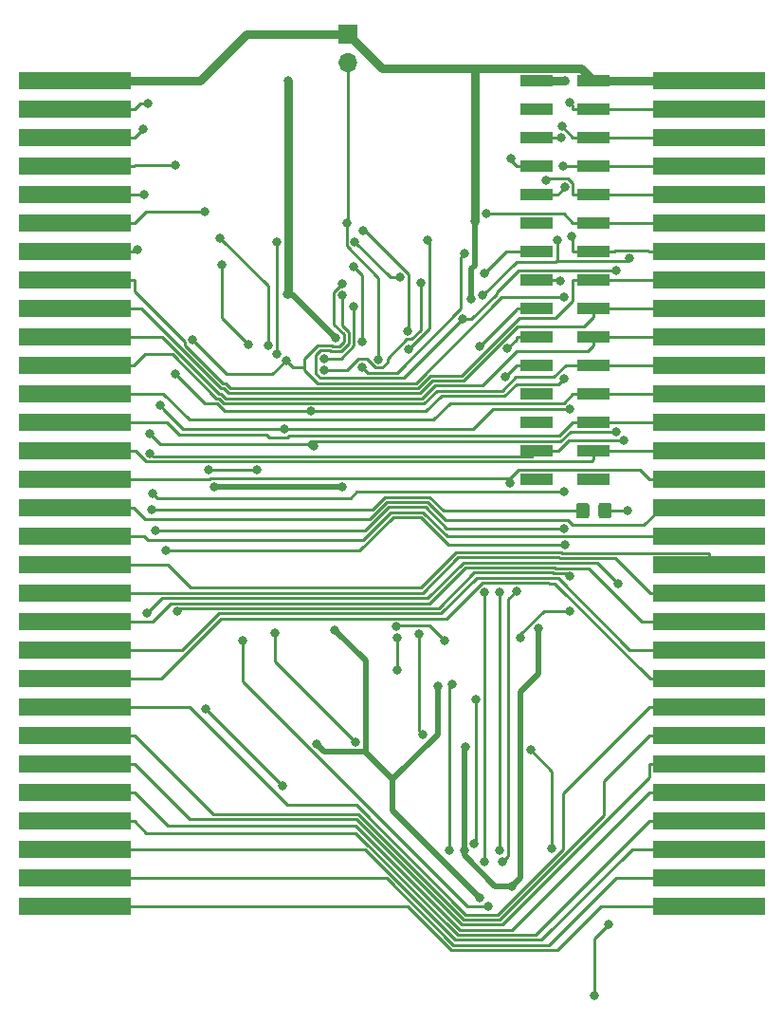
<source format=gbr>
%TF.GenerationSoftware,KiCad,Pcbnew,(5.1.10)-1*%
%TF.CreationDate,2021-06-12T16:48:45+02:00*%
%TF.ProjectId,Nes Sound Expansion,4e657320-536f-4756-9e64-20457870616e,rev?*%
%TF.SameCoordinates,Original*%
%TF.FileFunction,Copper,L1,Top*%
%TF.FilePolarity,Positive*%
%FSLAX46Y46*%
G04 Gerber Fmt 4.6, Leading zero omitted, Abs format (unit mm)*
G04 Created by KiCad (PCBNEW (5.1.10)-1) date 2021-06-12 16:48:45*
%MOMM*%
%LPD*%
G01*
G04 APERTURE LIST*
%TA.AperFunction,SMDPad,CuDef*%
%ADD10R,3.000000X1.000000*%
%TD*%
%TA.AperFunction,ConnectorPad*%
%ADD11R,10.000000X1.524000*%
%TD*%
%TA.AperFunction,ComponentPad*%
%ADD12O,1.700000X1.700000*%
%TD*%
%TA.AperFunction,ComponentPad*%
%ADD13R,1.700000X1.700000*%
%TD*%
%TA.AperFunction,ViaPad*%
%ADD14C,0.800000*%
%TD*%
%TA.AperFunction,Conductor*%
%ADD15C,0.500000*%
%TD*%
%TA.AperFunction,Conductor*%
%ADD16C,0.800000*%
%TD*%
%TA.AperFunction,Conductor*%
%ADD17C,0.250000*%
%TD*%
G04 APERTURE END LIST*
%TO.P,R6,2*%
%TO.N,Net-(J4-Pad16)*%
%TA.AperFunction,SMDPad,CuDef*%
G36*
G01*
X118399000Y-84524001D02*
X118399000Y-83623999D01*
G75*
G02*
X118648999Y-83374000I249999J0D01*
G01*
X119349001Y-83374000D01*
G75*
G02*
X119599000Y-83623999I0J-249999D01*
G01*
X119599000Y-84524001D01*
G75*
G02*
X119349001Y-84774000I-249999J0D01*
G01*
X118648999Y-84774000D01*
G75*
G02*
X118399000Y-84524001I0J249999D01*
G01*
G37*
%TD.AperFunction*%
%TO.P,R6,1*%
%TO.N,AudIn*%
%TA.AperFunction,SMDPad,CuDef*%
G36*
G01*
X116399000Y-84524001D02*
X116399000Y-83623999D01*
G75*
G02*
X116648999Y-83374000I249999J0D01*
G01*
X117349001Y-83374000D01*
G75*
G02*
X117599000Y-83623999I0J-249999D01*
G01*
X117599000Y-84524001D01*
G75*
G02*
X117349001Y-84774000I-249999J0D01*
G01*
X116648999Y-84774000D01*
G75*
G02*
X116399000Y-84524001I0J249999D01*
G01*
G37*
%TD.AperFunction*%
%TD*%
D10*
%TO.P,J2,1*%
%TO.N,GND*%
X117963000Y-45720000D03*
%TO.P,J2,2*%
%TO.N,+5V*%
X112923000Y-45720000D03*
%TO.P,J2,3*%
%TO.N,A11*%
X117963000Y-48260000D03*
%TO.P,J2,4*%
%TO.N,N/C*%
X112923000Y-48260000D03*
%TO.P,J2,5*%
%TO.N,A10*%
X117963000Y-50800000D03*
%TO.P,J2,6*%
%TO.N,A12*%
X112923000Y-50800000D03*
%TO.P,J2,7*%
%TO.N,A9*%
X117963000Y-53340000D03*
%TO.P,J2,8*%
%TO.N,A13*%
X112923000Y-53340000D03*
%TO.P,J2,9*%
%TO.N,A8*%
X117963000Y-55880000D03*
%TO.P,J2,10*%
%TO.N,A14*%
X112923000Y-55880000D03*
%TO.P,J2,11*%
%TO.N,A7*%
X117963000Y-58420000D03*
%TO.P,J2,12*%
%TO.N,N/C*%
X112923000Y-58420000D03*
%TO.P,J2,13*%
%TO.N,A6*%
X117963000Y-60960000D03*
%TO.P,J2,14*%
%TO.N,Addr_A1*%
X112923000Y-60960000D03*
%TO.P,J2,15*%
%TO.N,A5*%
X117963000Y-63500000D03*
%TO.P,J2,16*%
%TO.N,Addr_A13*%
X112923000Y-63500000D03*
%TO.P,J2,17*%
%TO.N,A4*%
X117963000Y-66040000D03*
%TO.P,J2,18*%
%TO.N,Addr_A14*%
X112923000Y-66040000D03*
%TO.P,J2,19*%
%TO.N,A3*%
X117963000Y-68580000D03*
%TO.P,J2,20*%
%TO.N,Addr_ROMSEL*%
X112923000Y-68580000D03*
%TO.P,J2,21*%
%TO.N,A2*%
X117963000Y-71120000D03*
%TO.P,J2,22*%
%TO.N,Addr_R-W*%
X112923000Y-71120000D03*
%TO.P,J2,23*%
%TO.N,A1*%
X117963000Y-73660000D03*
%TO.P,J2,24*%
%TO.N,N/C*%
X112923000Y-73660000D03*
%TO.P,J2,25*%
%TO.N,A0*%
X117963000Y-76200000D03*
%TO.P,J2,26*%
%TO.N,N/C*%
X112923000Y-76200000D03*
%TO.P,J2,27*%
%TO.N,R-W*%
X117963000Y-78740000D03*
%TO.P,J2,28*%
%TO.N,ROMSEL*%
X112923000Y-78740000D03*
%TO.P,J2,29*%
%TO.N,N/C*%
X117963000Y-81280000D03*
%TO.P,J2,30*%
X112923000Y-81280000D03*
%TD*%
D11*
%TO.P,J3,30*%
%TO.N,+5VA*%
X71628000Y-119380000D03*
%TO.P,J3,29*%
%TO.N,PPU_D3*%
X71628000Y-116840000D03*
%TO.P,J3,28*%
%TO.N,PPU_D2*%
X71628000Y-114300000D03*
%TO.P,J3,27*%
%TO.N,PPU_D1*%
X71628000Y-111760000D03*
%TO.P,J3,26*%
%TO.N,PPU_D0*%
X71628000Y-109220000D03*
%TO.P,J3,25*%
%TO.N,PPU_A0*%
X71628000Y-106680000D03*
%TO.P,J3,24*%
%TO.N,PPU_A1*%
X71628000Y-104140000D03*
%TO.P,J3,23*%
%TO.N,PPU_A2*%
X71628000Y-101600000D03*
%TO.P,J3,22*%
%TO.N,PPU_A3*%
X71628000Y-99060000D03*
%TO.P,J3,21*%
%TO.N,PPU_A4*%
X71628000Y-96520000D03*
%TO.P,J3,20*%
%TO.N,PPU_A5*%
X71628000Y-93980000D03*
%TO.P,J3,19*%
%TO.N,PPU_A6*%
X71628000Y-91440000D03*
%TO.P,J3,18*%
%TO.N,CIRAM_A10*%
X71628000Y-88900000D03*
%TO.P,J3,17*%
%TO.N,PPU_RD*%
X71628000Y-86360000D03*
%TO.P,J3,16*%
%TO.N,GND1*%
X71628000Y-83820000D03*
%TO.P,J3,15*%
%TO.N,IRQ*%
X71628000Y-81280000D03*
%TO.P,J3,14*%
%TO.N,R-W*%
X71628000Y-78740000D03*
%TO.P,J3,13*%
%TO.N,A0*%
X71628000Y-76200000D03*
%TO.P,J3,12*%
%TO.N,A1*%
X71628000Y-73660000D03*
%TO.P,J3,11*%
%TO.N,A2*%
X71628000Y-71120000D03*
%TO.P,J3,10*%
%TO.N,A3*%
X71628000Y-68580000D03*
%TO.P,J3,9*%
%TO.N,A4*%
X71628000Y-66040000D03*
%TO.P,J3,8*%
%TO.N,A5*%
X71628000Y-63500000D03*
%TO.P,J3,7*%
%TO.N,A6*%
X71628000Y-60960000D03*
%TO.P,J3,6*%
%TO.N,A7*%
X71628000Y-58420000D03*
%TO.P,J3,5*%
%TO.N,A8*%
X71628000Y-55880000D03*
%TO.P,J3,4*%
%TO.N,A9*%
X71628000Y-53340000D03*
%TO.P,J3,3*%
%TO.N,A10*%
X71628000Y-50800000D03*
%TO.P,J3,2*%
%TO.N,A11*%
X71628000Y-48260000D03*
%TO.P,J3,1*%
%TO.N,GND*%
X71628000Y-45720000D03*
%TD*%
%TO.P,J9,30*%
%TO.N,+5VA*%
X128270000Y-119380000D03*
%TO.P,J9,29*%
%TO.N,PPU_D3*%
X128270000Y-116840000D03*
%TO.P,J9,28*%
%TO.N,PPU_D2*%
X128270000Y-114300000D03*
%TO.P,J9,27*%
%TO.N,PPU_D1*%
X128270000Y-111760000D03*
%TO.P,J9,26*%
%TO.N,PPU_D0*%
X128270000Y-109220000D03*
%TO.P,J9,25*%
%TO.N,PPU_A0*%
X128270000Y-106680000D03*
%TO.P,J9,24*%
%TO.N,PPU_A1*%
X128270000Y-104140000D03*
%TO.P,J9,23*%
%TO.N,PPU_A2*%
X128270000Y-101600000D03*
%TO.P,J9,22*%
%TO.N,PPU_A3*%
X128270000Y-99060000D03*
%TO.P,J9,21*%
%TO.N,PPU_A4*%
X128270000Y-96520000D03*
%TO.P,J9,20*%
%TO.N,PPU_A5*%
X128270000Y-93980000D03*
%TO.P,J9,19*%
%TO.N,PPU_A6*%
X128270000Y-91440000D03*
%TO.P,J9,18*%
%TO.N,CIRAM_A10*%
X128270000Y-88900000D03*
%TO.P,J9,17*%
%TO.N,PPU_RD*%
X128270000Y-86360000D03*
%TO.P,J9,16*%
%TO.N,GND1*%
X128270000Y-83820000D03*
%TO.P,J9,15*%
%TO.N,IRQ*%
X128270000Y-81280000D03*
%TO.P,J9,14*%
%TO.N,R-W*%
X128270000Y-78740000D03*
%TO.P,J9,13*%
%TO.N,A0*%
X128270000Y-76200000D03*
%TO.P,J9,12*%
%TO.N,A1*%
X128270000Y-73660000D03*
%TO.P,J9,11*%
%TO.N,A2*%
X128270000Y-71120000D03*
%TO.P,J9,10*%
%TO.N,A3*%
X128270000Y-68580000D03*
%TO.P,J9,9*%
%TO.N,A4*%
X128270000Y-66040000D03*
%TO.P,J9,8*%
%TO.N,A5*%
X128270000Y-63500000D03*
%TO.P,J9,7*%
%TO.N,A6*%
X128270000Y-60960000D03*
%TO.P,J9,6*%
%TO.N,A7*%
X128270000Y-58420000D03*
%TO.P,J9,5*%
%TO.N,A8*%
X128270000Y-55880000D03*
%TO.P,J9,4*%
%TO.N,A9*%
X128270000Y-53340000D03*
%TO.P,J9,3*%
%TO.N,A10*%
X128270000Y-50800000D03*
%TO.P,J9,2*%
%TO.N,A11*%
X128270000Y-48260000D03*
%TO.P,J9,1*%
%TO.N,GND*%
X128270000Y-45720000D03*
%TD*%
D12*
%TO.P,J1,2*%
%TO.N,OUT1*%
X96012000Y-44069000D03*
D13*
%TO.P,J1,1*%
%TO.N,GND*%
X96012000Y-41529000D03*
%TD*%
D14*
%TO.N,+5V*%
X84074000Y-81915000D03*
X113016100Y-94596700D03*
X110657600Y-117569300D03*
X94939500Y-68663200D03*
X106558900Y-105138600D03*
X106425200Y-114368600D03*
X90605600Y-64745500D03*
X115443000Y-45720000D03*
X90678000Y-45720000D03*
X95504000Y-81915000D03*
%TO.N,GND*%
X94859600Y-94725800D03*
X104040100Y-99725500D03*
X107822800Y-118639800D03*
X93220000Y-104882600D03*
X107047200Y-65184200D03*
X107347300Y-58250200D03*
%TO.N,D6*%
X121168100Y-61574200D03*
X108067300Y-64872000D03*
X114748400Y-59905900D03*
%TO.N,D4*%
X119996100Y-62674600D03*
X106300900Y-67000900D03*
X95503300Y-64882800D03*
%TO.N,D3*%
X95525700Y-63817500D03*
X115329300Y-65023100D03*
X90503828Y-70678272D03*
X82169000Y-68834000D03*
%TO.N,D2*%
X115312400Y-72303100D03*
X96565500Y-65873400D03*
X92729814Y-75216786D03*
X80645000Y-71882000D03*
X93889990Y-70515500D03*
%TO.N,D1*%
X115866600Y-74977100D03*
X90329021Y-76823549D03*
X79248000Y-74676000D03*
%TO.N,D0*%
X120032300Y-77025400D03*
X78359000Y-77216000D03*
X92980097Y-78307031D03*
%TO.N,OUT1*%
X98776800Y-70569500D03*
X95962300Y-58372700D03*
%TO.N,A0_buf*%
X104630500Y-95704200D03*
X100375200Y-94416900D03*
X97290800Y-68987700D03*
X96577800Y-62324300D03*
%TO.N,D3_buf*%
X89655491Y-70077440D03*
X89662000Y-60071000D03*
%TO.N,D2_buf*%
X84602100Y-59732000D03*
X88910563Y-69332512D03*
%TO.N,D1_buf*%
X84789800Y-62108400D03*
X87184213Y-69267893D03*
%TO.N,D6_buf*%
X100702900Y-63276000D03*
X96655100Y-60129200D03*
%TO.N,D7_Chip*%
X106482600Y-61108000D03*
X102356700Y-95091800D03*
X102736800Y-104065300D03*
X97295751Y-71275887D03*
%TO.N,D5_Chip*%
X103127200Y-59948700D03*
X101478900Y-69639300D03*
X100426100Y-95417300D03*
X100426100Y-98276700D03*
%TO.N,D4_Chip*%
X102520400Y-63776900D03*
X93889990Y-71515900D03*
%TO.N,D3_Chip*%
X89496300Y-94974400D03*
X96746500Y-104745400D03*
%TO.N,OUT1_*%
X101409800Y-68045700D03*
X97400400Y-59113400D03*
%TO.N,A13*%
X110622000Y-52689500D03*
%TO.N,CS_Chip*%
X108242400Y-91322900D03*
X108242400Y-115411900D03*
%TO.N,A0_Chip*%
X105360100Y-99596500D03*
X105092400Y-114368600D03*
%TO.N,A1_Chip*%
X107454300Y-100924500D03*
X107321000Y-113776500D03*
%TO.N,CS_buf*%
X109591200Y-114368600D03*
X109591200Y-91313000D03*
%TO.N,Aud*%
X115306000Y-82371800D03*
X78613000Y-82550000D03*
%TO.N,A14*%
X115382800Y-55154800D03*
%TO.N,ROMSEL*%
X120691200Y-77788500D03*
X78363660Y-78961190D03*
%TO.N,AudIn*%
X78486002Y-83947000D03*
%TO.N,4016_EN*%
X114265800Y-114187100D03*
X112346400Y-105413900D03*
%TO.N,Net-(R14-Pad2)*%
X119299200Y-120979800D03*
X118048500Y-127294300D03*
%TO.N,FF_Reset*%
X108593500Y-119365200D03*
X86650100Y-95680500D03*
%TO.N,IRQ*%
X110540400Y-81568800D03*
X111067600Y-91252700D03*
X109876600Y-115374300D03*
%TO.N,A6*%
X116002100Y-59612700D03*
X77238200Y-60742990D03*
%TO.N,A7*%
X83214400Y-57363100D03*
X108417500Y-57594600D03*
%TO.N,A8*%
X113701800Y-54618500D03*
X77791100Y-55879300D03*
%TO.N,A10*%
X77709900Y-50043400D03*
X115130600Y-49792900D03*
%TO.N,A11*%
X78130000Y-47758000D03*
X115826000Y-47677000D03*
%TO.N,PPU_A8*%
X90170000Y-108585000D03*
X83312000Y-101727000D03*
%TO.N,PPU_A7*%
X120180800Y-90617500D03*
X78105000Y-93218000D03*
%TO.N,PPU_A13_*%
X115881100Y-89922000D03*
X80772000Y-93065032D03*
%TO.N,CIRAM_CE*%
X115431200Y-87120400D03*
X79756002Y-87630000D03*
%TO.N,PPU_WR*%
X115300900Y-85637900D03*
X78867004Y-85852000D03*
%TO.N,A12*%
X115070700Y-50800000D03*
%TO.N,Addr_A1*%
X108244700Y-62874000D03*
%TO.N,Addr_A13*%
X115033500Y-63614200D03*
X115822900Y-93015000D03*
X111437400Y-95373800D03*
%TO.N,Addr_A14*%
X107773500Y-69415300D03*
%TO.N,Addr_ROMSEL*%
X110289100Y-69611300D03*
%TO.N,Addr_R-W*%
X110056400Y-72133100D03*
%TO.N,A9*%
X80634100Y-53287400D03*
X115216094Y-53340006D03*
%TO.N,Net-(J4-Pad16)*%
X121031000Y-84074000D03*
%TO.N,Net-(C9-Pad2)*%
X87884000Y-80427990D03*
X83566000Y-80411210D03*
%TD*%
D15*
%TO.N,+5V*%
X110657600Y-117569300D02*
X111420300Y-116806600D01*
X111420300Y-116806600D02*
X111420300Y-100238800D01*
X111420300Y-100238800D02*
X113016100Y-98643000D01*
X113016100Y-98643000D02*
X113016100Y-94596700D01*
X90605600Y-64745500D02*
X91021800Y-64745500D01*
X91021800Y-64745500D02*
X94939500Y-68663200D01*
X106425200Y-114368600D02*
X106425200Y-114824000D01*
X106425200Y-114824000D02*
X109170500Y-117569300D01*
X109170500Y-117569300D02*
X110657600Y-117569300D01*
X106558900Y-105138600D02*
X106425200Y-105272300D01*
X106425200Y-105272300D02*
X106425200Y-114368600D01*
D16*
X112923000Y-45720000D02*
X115443000Y-45720000D01*
X90678000Y-64673100D02*
X90605600Y-64745500D01*
X90678000Y-45720000D02*
X90678000Y-64673100D01*
D15*
X84074000Y-81915000D02*
X95504000Y-81915000D01*
X95504000Y-81915000D02*
X95504000Y-81915000D01*
%TO.N,GND*%
X97532900Y-105595700D02*
X97616100Y-105512500D01*
X97616100Y-105512500D02*
X97616100Y-97482300D01*
X97616100Y-97482300D02*
X94859600Y-94725800D01*
X97532900Y-105595700D02*
X100004000Y-108066700D01*
X93220000Y-104882600D02*
X93933100Y-105595700D01*
X93933100Y-105595700D02*
X97532900Y-105595700D01*
X107047200Y-65184200D02*
X107047200Y-62505800D01*
X107047200Y-62505800D02*
X107347300Y-62205700D01*
X107347300Y-62205700D02*
X107347300Y-58250200D01*
X100004000Y-108066700D02*
X100004000Y-108066800D01*
X100004000Y-108066800D02*
X100004000Y-110821000D01*
X100004000Y-110821000D02*
X107822800Y-118639800D01*
X104040100Y-99725500D02*
X104040100Y-104030600D01*
X104040100Y-104030600D02*
X100004000Y-108066700D01*
D16*
X128270000Y-45720000D02*
X117963000Y-45720000D01*
X99102999Y-44619999D02*
X96012000Y-41529000D01*
X117963000Y-45720000D02*
X116862999Y-44619999D01*
X107347300Y-44736300D02*
X107230999Y-44619999D01*
X107347300Y-58250200D02*
X107347300Y-44736300D01*
X107230999Y-44619999D02*
X99102999Y-44619999D01*
X116862999Y-44619999D02*
X107230999Y-44619999D01*
X71628000Y-45720000D02*
X82786771Y-45720000D01*
X82786771Y-45720000D02*
X86977771Y-41529000D01*
X86977771Y-41529000D02*
X96012000Y-41529000D01*
D17*
%TO.N,D6*%
X114748400Y-61706500D02*
X114827300Y-61785400D01*
X114827300Y-61785400D02*
X120956900Y-61785400D01*
X120956900Y-61785400D02*
X121168100Y-61574200D01*
X114748400Y-59905900D02*
X114748400Y-61706500D01*
X114748400Y-61706500D02*
X114609400Y-61845500D01*
X114609400Y-61845500D02*
X111093800Y-61845500D01*
X111093800Y-61845500D02*
X108067300Y-64872000D01*
%TO.N,D4*%
X119996100Y-62674600D02*
X111270300Y-62674600D01*
X111270300Y-62674600D02*
X109313800Y-64631100D01*
X109313800Y-64631100D02*
X109313800Y-64730800D01*
X109313800Y-64730800D02*
X107043700Y-67000900D01*
X107043700Y-67000900D02*
X106300900Y-67000900D01*
X96115200Y-68151500D02*
X96115200Y-69174900D01*
X94468800Y-69855100D02*
X94404198Y-69790498D01*
X95503300Y-64882800D02*
X95503300Y-67539600D01*
X96115200Y-69174900D02*
X95435000Y-69855100D01*
X94404198Y-69790498D02*
X93541988Y-69790498D01*
X93541988Y-69790498D02*
X93164988Y-70167498D01*
X93542286Y-72241200D02*
X101060600Y-72241200D01*
X93164988Y-71863902D02*
X93542286Y-72241200D01*
X95503300Y-67539600D02*
X96115200Y-68151500D01*
X95435000Y-69855100D02*
X94468800Y-69855100D01*
X101060600Y-72241200D02*
X106300900Y-67000900D01*
X93164988Y-70167498D02*
X93164988Y-71863902D01*
%TO.N,D3*%
X92170800Y-71312400D02*
X91137956Y-71312400D01*
X91137956Y-71312400D02*
X90503828Y-70678272D01*
X85214998Y-71879998D02*
X82169000Y-68834000D01*
X90503828Y-70678272D02*
X89302102Y-71879998D01*
X89302102Y-71879998D02*
X85214998Y-71879998D01*
X94777900Y-64565300D02*
X94777900Y-67451100D01*
X95525700Y-63817500D02*
X94777900Y-64565300D01*
X95664900Y-68338100D02*
X95664900Y-68988300D01*
X93355588Y-69340487D02*
X92170800Y-70525275D01*
X94591087Y-69340487D02*
X93355588Y-69340487D01*
X94777900Y-67451100D02*
X95664900Y-68338100D01*
X93356175Y-72691500D02*
X102089800Y-72691500D01*
X102089800Y-72691500D02*
X109758200Y-65023100D01*
X94639100Y-69388500D02*
X94591087Y-69340487D01*
X92170800Y-71506125D02*
X93356175Y-72691500D01*
X95264700Y-69388500D02*
X94639100Y-69388500D01*
X95664900Y-68988300D02*
X95264700Y-69388500D01*
X109758200Y-65023100D02*
X115329300Y-65023100D01*
X92170800Y-71312400D02*
X92170800Y-71506125D01*
X92170800Y-70525275D02*
X92170800Y-71312400D01*
%TO.N,D2*%
X92728500Y-75210100D02*
X102988800Y-75210100D01*
X102988800Y-75210100D02*
X104389100Y-73809800D01*
X104389100Y-73809800D02*
X110042600Y-73809800D01*
X110042600Y-73809800D02*
X111078000Y-72774400D01*
X111078000Y-72774400D02*
X114841100Y-72774400D01*
X114841100Y-72774400D02*
X115312400Y-72303100D01*
X92728500Y-75215472D02*
X92729814Y-75216786D01*
X92728500Y-75210100D02*
X92728500Y-75215472D01*
X92728500Y-75210100D02*
X85047513Y-75210100D01*
X83279988Y-74516988D02*
X80645000Y-71882000D01*
X84354401Y-74516988D02*
X83279988Y-74516988D01*
X85047513Y-75210100D02*
X84354401Y-74516988D01*
X95411500Y-70515500D02*
X93889990Y-70515500D01*
X96565500Y-69361500D02*
X95411500Y-70515500D01*
X96565500Y-65873400D02*
X96565500Y-69361500D01*
%TO.N,D1*%
X115866600Y-74977100D02*
X108958300Y-74977100D01*
X108958300Y-74977100D02*
X107171900Y-76763500D01*
X107171900Y-76763500D02*
X86409700Y-76763500D01*
X86409700Y-76763500D02*
X90268972Y-76763500D01*
X90268972Y-76763500D02*
X90329021Y-76823549D01*
X86409700Y-76763500D02*
X81335500Y-76763500D01*
X81335500Y-76763500D02*
X79647999Y-75075999D01*
X79647999Y-75075999D02*
X79248000Y-74676000D01*
%TO.N,D0*%
X120032300Y-77025400D02*
X115893800Y-77025400D01*
X115893800Y-77025400D02*
X115004500Y-77914700D01*
X115004500Y-77914700D02*
X92710900Y-77914700D01*
X92710900Y-77914700D02*
X92478700Y-78146900D01*
X92478700Y-78146900D02*
X79289900Y-78146900D01*
X79289900Y-78146900D02*
X78359000Y-77216000D01*
X92478700Y-78146900D02*
X92638831Y-78307031D01*
X92638831Y-78307031D02*
X92980097Y-78307031D01*
%TO.N,OUT1*%
X95962300Y-58372700D02*
X95909300Y-58425700D01*
X95909300Y-58425700D02*
X95909300Y-60477400D01*
X95909300Y-60477400D02*
X98776800Y-63344900D01*
X98776800Y-63344900D02*
X98776800Y-70569500D01*
X96012000Y-58323000D02*
X95962300Y-58372700D01*
X96012000Y-44069000D02*
X96012000Y-58323000D01*
%TO.N,A0_buf*%
X96577800Y-62324300D02*
X97290800Y-63037300D01*
X97290800Y-63037300D02*
X97290800Y-68987700D01*
X104630500Y-95704200D02*
X103277500Y-94351200D01*
X103277500Y-94351200D02*
X100440900Y-94351200D01*
X100440900Y-94351200D02*
X100375200Y-94416900D01*
%TO.N,D3_buf*%
X89655491Y-70077440D02*
X89655491Y-60077509D01*
X89655491Y-60077509D02*
X89662000Y-60071000D01*
%TO.N,D2_buf*%
X84602100Y-59732000D02*
X88910563Y-64040463D01*
X88910563Y-64040463D02*
X88910563Y-69332512D01*
%TO.N,D1_buf*%
X84789800Y-66873480D02*
X87184213Y-69267893D01*
X84789800Y-62108400D02*
X84789800Y-66873480D01*
%TO.N,D6_buf*%
X100702900Y-63276000D02*
X99801900Y-63276000D01*
X99801900Y-63276000D02*
X96655100Y-60129200D01*
%TO.N,D7_Chip*%
X102736800Y-104065300D02*
X102356700Y-103685200D01*
X102356700Y-103685200D02*
X102356700Y-95091800D01*
X100399113Y-71754887D02*
X97774751Y-71754887D01*
X97774751Y-71754887D02*
X97295751Y-71275887D01*
X106082601Y-66071399D02*
X100399113Y-71754887D01*
X106082601Y-61507999D02*
X106082601Y-66071399D01*
X106482600Y-61108000D02*
X106082601Y-61507999D01*
%TO.N,D5_Chip*%
X101478900Y-69639300D02*
X103288800Y-67829400D01*
X103288800Y-67829400D02*
X103288800Y-60110300D01*
X103288800Y-60110300D02*
X103127200Y-59948700D01*
X100426100Y-98276700D02*
X100426100Y-95417300D01*
%TO.N,D4_Chip*%
X96947749Y-70550885D02*
X95982734Y-71515900D01*
X97732485Y-70550885D02*
X96947749Y-70550885D01*
X102520400Y-63776900D02*
X102520400Y-67960900D01*
X98476400Y-71294800D02*
X97732485Y-70550885D01*
X99082500Y-71294800D02*
X98476400Y-71294800D01*
X99558600Y-70818700D02*
X99082500Y-71294800D01*
X102520400Y-67960900D02*
X101710300Y-68771000D01*
X95982734Y-71515900D02*
X93889990Y-71515900D01*
X101710300Y-68771000D02*
X101298100Y-68771000D01*
X101298100Y-68771000D02*
X99558600Y-70510500D01*
X99558600Y-70510500D02*
X99558600Y-70818700D01*
%TO.N,D3_Chip*%
X96746500Y-104745400D02*
X89496300Y-97495200D01*
X89496300Y-97495200D02*
X89496300Y-94974400D01*
%TO.N,OUT1_*%
X97400400Y-59113400D02*
X97574200Y-59113400D01*
X97574200Y-59113400D02*
X101465200Y-63004400D01*
X101465200Y-63004400D02*
X101465200Y-67990300D01*
X101465200Y-67990300D02*
X101409800Y-68045700D01*
%TO.N,A13*%
X111097700Y-53340000D02*
X110622000Y-52864300D01*
X110622000Y-52864300D02*
X110622000Y-52689500D01*
X112923000Y-53340000D02*
X111097700Y-53340000D01*
%TO.N,A1*%
X128270000Y-73660000D02*
X117963000Y-73660000D01*
X78301998Y-73660000D02*
X71628000Y-73660000D01*
X81871802Y-75972800D02*
X79559002Y-73660000D01*
X103678700Y-75972800D02*
X81871802Y-75972800D01*
X105166200Y-74485300D02*
X103678700Y-75972800D01*
X115312400Y-74485300D02*
X105166200Y-74485300D01*
X79559002Y-73660000D02*
X78301998Y-73660000D01*
X116137700Y-73660000D02*
X115312400Y-74485300D01*
X117963000Y-73660000D02*
X116137700Y-73660000D01*
%TO.N,CS_Chip*%
X108242400Y-91322900D02*
X108242400Y-115411900D01*
%TO.N,A0_Chip*%
X105360100Y-99596500D02*
X105092400Y-99864200D01*
X105092400Y-99864200D02*
X105092400Y-114368600D01*
%TO.N,A1_Chip*%
X107454300Y-100924500D02*
X107454300Y-113643200D01*
X107454300Y-113643200D02*
X107321000Y-113776500D01*
%TO.N,CS_buf*%
X109591200Y-91313000D02*
X109591200Y-114368600D01*
%TO.N,Aud*%
X96247001Y-82949999D02*
X79012999Y-82949999D01*
X79012999Y-82949999D02*
X78613000Y-82550000D01*
X96825200Y-82371800D02*
X96247001Y-82949999D01*
X115306000Y-82371800D02*
X96825200Y-82371800D01*
%TO.N,A14*%
X114748300Y-55880000D02*
X115382800Y-55245500D01*
X115382800Y-55245500D02*
X115382800Y-55154800D01*
X112923000Y-55880000D02*
X114748300Y-55880000D01*
%TO.N,ROMSEL*%
X114748300Y-78740000D02*
X114816100Y-78740000D01*
X114816100Y-78740000D02*
X115767600Y-77788500D01*
X115767600Y-77788500D02*
X120691200Y-77788500D01*
X112923000Y-78740000D02*
X114748300Y-78740000D01*
X78638660Y-79236190D02*
X78363660Y-78961190D01*
X112923000Y-78740000D02*
X112426810Y-79236190D01*
X112426810Y-79236190D02*
X78638660Y-79236190D01*
%TO.N,R-W*%
X118875700Y-78740000D02*
X117963000Y-78740000D01*
X118875700Y-78740000D02*
X119788300Y-78740000D01*
X128270000Y-78740000D02*
X122944700Y-78740000D01*
X122944700Y-78740000D02*
X119788300Y-78740000D01*
X77089000Y-78740000D02*
X71628000Y-78740000D01*
X78035200Y-79686200D02*
X77089000Y-78740000D01*
X117766800Y-79686200D02*
X78035200Y-79686200D01*
X117963000Y-78740000D02*
X117963000Y-79490000D01*
X117963000Y-79490000D02*
X117766800Y-79686200D01*
%TO.N,AudIn*%
X98220658Y-83947000D02*
X78486002Y-83947000D01*
X116999000Y-84074000D02*
X104543292Y-84074000D01*
X99316762Y-82850896D02*
X98220658Y-83947000D01*
X103320188Y-82850896D02*
X99316762Y-82850896D01*
X104543292Y-84074000D02*
X103320188Y-82850896D01*
%TO.N,4016_EN*%
X112346400Y-105413900D02*
X114265800Y-107333300D01*
X114265800Y-107333300D02*
X114265800Y-114187100D01*
%TO.N,Net-(R14-Pad2)*%
X118048500Y-127294300D02*
X118048500Y-122230500D01*
X118048500Y-122230500D02*
X119299200Y-120979800D01*
%TO.N,FF_Reset*%
X86650100Y-95680500D02*
X86650100Y-99345900D01*
X86650100Y-99345900D02*
X106669400Y-119365200D01*
X106669400Y-119365200D02*
X108593500Y-119365200D01*
%TO.N,PPU_D3*%
X76953300Y-116840000D02*
X99468100Y-116840000D01*
X99468100Y-116840000D02*
X105451600Y-122823500D01*
X105451600Y-122823500D02*
X113994300Y-122823500D01*
X113994300Y-122823500D02*
X119977700Y-116840100D01*
X119977700Y-116840100D02*
X122944700Y-116840100D01*
X122944700Y-116840100D02*
X122944700Y-116840000D01*
X71628000Y-116840000D02*
X76953300Y-116840000D01*
X128270000Y-116840000D02*
X122944700Y-116840000D01*
%TO.N,PPU_D2*%
X71628000Y-114300000D02*
X97565000Y-114300000D01*
X97565000Y-114300000D02*
X105638200Y-122373200D01*
X105638200Y-122373200D02*
X113339300Y-122373200D01*
X113339300Y-122373200D02*
X121412500Y-114300000D01*
X121412500Y-114300000D02*
X122944700Y-114300000D01*
X128270000Y-114300000D02*
X122944700Y-114300000D01*
%TO.N,PPU_D1*%
X76953300Y-111760000D02*
X78040600Y-112847300D01*
X78040600Y-112847300D02*
X96749200Y-112847300D01*
X96749200Y-112847300D02*
X105824800Y-121922900D01*
X105824800Y-121922900D02*
X112781800Y-121922900D01*
X112781800Y-121922900D02*
X122944700Y-111760000D01*
X71628000Y-111760000D02*
X76953300Y-111760000D01*
X128270000Y-111760000D02*
X122944700Y-111760000D01*
%TO.N,PPU_D0*%
X76953300Y-109220000D02*
X79947200Y-112213900D01*
X79947200Y-112213900D02*
X96752700Y-112213900D01*
X96752700Y-112213900D02*
X106011400Y-121472600D01*
X106011400Y-121472600D02*
X110692100Y-121472600D01*
X110692100Y-121472600D02*
X122944700Y-109220000D01*
X128270000Y-109220000D02*
X122944700Y-109220000D01*
X71628000Y-109220000D02*
X76953300Y-109220000D01*
%TO.N,PPU_A0*%
X76953300Y-106680000D02*
X81893400Y-111620100D01*
X81893400Y-111620100D02*
X96795800Y-111620100D01*
X96795800Y-111620100D02*
X106198000Y-121022300D01*
X106198000Y-121022300D02*
X109813800Y-121022300D01*
X109813800Y-121022300D02*
X122944700Y-107891400D01*
X122944700Y-107891400D02*
X122944700Y-106680000D01*
X71628000Y-106680000D02*
X76953300Y-106680000D01*
X128270000Y-106680000D02*
X122944700Y-106680000D01*
%TO.N,PPU_A1*%
X76953300Y-104140000D02*
X83983100Y-111169800D01*
X83983100Y-111169800D02*
X96982400Y-111169800D01*
X96982400Y-111169800D02*
X106384600Y-120572000D01*
X106384600Y-120572000D02*
X109589600Y-120572000D01*
X109589600Y-120572000D02*
X118911700Y-111249900D01*
X118911700Y-111249900D02*
X118911700Y-108173000D01*
X118911700Y-108173000D02*
X122944700Y-104140000D01*
X71628000Y-104140000D02*
X76953300Y-104140000D01*
X128270000Y-104140000D02*
X122944700Y-104140000D01*
%TO.N,PPU_A2*%
X71628000Y-101600000D02*
X81913700Y-101600000D01*
X81913700Y-101600000D02*
X90631900Y-110318200D01*
X90631900Y-110318200D02*
X96767700Y-110318200D01*
X96767700Y-110318200D02*
X106571200Y-120121700D01*
X106571200Y-120121700D02*
X109377400Y-120121700D01*
X109377400Y-120121700D02*
X115216300Y-114282800D01*
X115216300Y-114282800D02*
X115216300Y-109328400D01*
X115216300Y-109328400D02*
X122944700Y-101600000D01*
X128270000Y-101600000D02*
X122944700Y-101600000D01*
%TO.N,PPU_A3*%
X104843300Y-93691500D02*
X108017800Y-90517000D01*
X71628000Y-99060000D02*
X79313468Y-99060000D01*
X84681968Y-93691500D02*
X104843300Y-93691500D01*
X79313468Y-99060000D02*
X84681968Y-93691500D01*
X123020000Y-99060000D02*
X128270000Y-99060000D01*
X114507500Y-90547500D02*
X123020000Y-99060000D01*
X114009500Y-90547500D02*
X114507500Y-90547500D01*
X108017800Y-90517000D02*
X113979000Y-90517000D01*
X113979000Y-90517000D02*
X114009500Y-90547500D01*
%TO.N,PPU_A4*%
X114196100Y-90097200D02*
X114797900Y-90097200D01*
X114165600Y-90066700D02*
X114196100Y-90097200D01*
X114797900Y-90097200D02*
X121220700Y-96520000D01*
X104333400Y-93241200D02*
X107507900Y-90066700D01*
X107507900Y-90066700D02*
X114165600Y-90066700D01*
X121220700Y-96520000D02*
X128270000Y-96520000D01*
X81217056Y-96520000D02*
X84495856Y-93241200D01*
X84495856Y-93241200D02*
X104333400Y-93241200D01*
X71628000Y-96520000D02*
X81217056Y-96520000D01*
%TO.N,PPU_A5*%
X103323300Y-92340600D02*
X106512000Y-89151900D01*
X80195976Y-92340022D02*
X81221024Y-92340022D01*
X114569300Y-89196600D02*
X117524400Y-89196600D01*
X81221024Y-92340022D02*
X81221602Y-92340600D01*
X81221602Y-92340600D02*
X103323300Y-92340600D01*
X117524400Y-89196600D02*
X122307800Y-93980000D01*
X123020000Y-93980000D02*
X128270000Y-93980000D01*
X78555998Y-93980000D02*
X80195976Y-92340022D01*
X71628000Y-93980000D02*
X78555998Y-93980000D01*
X106512000Y-89151900D02*
X114524600Y-89151900D01*
X114524600Y-89151900D02*
X114569300Y-89196600D01*
X122307800Y-93980000D02*
X123020000Y-93980000D01*
%TO.N,PPU_A6*%
X123020000Y-91440000D02*
X128270000Y-91440000D01*
X114942500Y-88296000D02*
X119876000Y-88296000D01*
X114897800Y-88251300D02*
X114942500Y-88296000D01*
X102700200Y-91440000D02*
X105888900Y-88251300D01*
X71628000Y-91440000D02*
X102700200Y-91440000D01*
X105888900Y-88251300D02*
X114897800Y-88251300D01*
X119876000Y-88296000D02*
X123020000Y-91440000D01*
%TO.N,CIRAM_A10*%
X128270000Y-87888000D02*
X128270000Y-88900000D01*
X115129100Y-87845700D02*
X128227700Y-87845700D01*
X128227700Y-87845700D02*
X128270000Y-87888000D01*
X115084400Y-87801000D02*
X115129100Y-87845700D01*
X102574588Y-90906620D02*
X105680208Y-87801000D01*
X81959618Y-90906620D02*
X102574588Y-90906620D01*
X105680208Y-87801000D02*
X115084400Y-87801000D01*
X79952998Y-88900000D02*
X81959618Y-90906620D01*
X71628000Y-88900000D02*
X79952998Y-88900000D01*
%TO.N,PPU_RD*%
X97372889Y-86704002D02*
X99875962Y-84200929D01*
X77793996Y-86360000D02*
X78137998Y-86704002D01*
X71628000Y-86360000D02*
X77793996Y-86360000D01*
X102760988Y-84200929D02*
X104923259Y-86363200D01*
X123016800Y-86363200D02*
X123020000Y-86360000D01*
X123020000Y-86360000D02*
X128270000Y-86360000D01*
X99875962Y-84200929D02*
X102760988Y-84200929D01*
X78137998Y-86704002D02*
X97372889Y-86704002D01*
X104923259Y-86363200D02*
X123016800Y-86363200D01*
%TO.N,IRQ*%
X122944700Y-81280000D02*
X122087600Y-80422900D01*
X122087600Y-80422900D02*
X111304900Y-80422900D01*
X111304900Y-80422900D02*
X110540400Y-81187400D01*
X110540400Y-81187400D02*
X110540400Y-81280000D01*
X110540400Y-81568800D02*
X110540400Y-81280000D01*
X111067600Y-91252700D02*
X110342000Y-91978300D01*
X110342000Y-91978300D02*
X110342000Y-114908900D01*
X110342000Y-114908900D02*
X109876600Y-115374300D01*
X128270000Y-81280000D02*
X122944700Y-81280000D01*
X110450399Y-81189999D02*
X110540400Y-81280000D01*
X83725999Y-81189999D02*
X110450399Y-81189999D01*
X83635998Y-81280000D02*
X83725999Y-81189999D01*
X71628000Y-81280000D02*
X83635998Y-81280000D01*
%TO.N,A0*%
X128270000Y-76200000D02*
X117963000Y-76200000D01*
X116082300Y-76200000D02*
X117963000Y-76200000D01*
X114881200Y-77401100D02*
X116082300Y-76200000D01*
X88969225Y-77562929D02*
X90608012Y-77562930D01*
X90769842Y-77401100D02*
X114881200Y-77401100D01*
X80996500Y-77313500D02*
X88719796Y-77313500D01*
X79883000Y-76200000D02*
X80996500Y-77313500D01*
X90608012Y-77562930D02*
X90769842Y-77401100D01*
X88719796Y-77313500D02*
X88969225Y-77562929D01*
X71628000Y-76200000D02*
X79883000Y-76200000D01*
%TO.N,A2*%
X128270000Y-71120000D02*
X117963000Y-71120000D01*
X103977600Y-73359500D02*
X109856000Y-73359500D01*
X93077815Y-74491785D02*
X93078730Y-74492700D01*
X109856000Y-73359500D02*
X111050700Y-72164800D01*
X114425000Y-72164800D02*
X115469800Y-71120000D01*
X84292741Y-74066977D02*
X84540800Y-74066977D01*
X116213000Y-71120000D02*
X117963000Y-71120000D01*
X71628000Y-71120000D02*
X76878000Y-71120000D01*
X77890000Y-70108000D02*
X80333765Y-70108000D01*
X76878000Y-71120000D02*
X77890000Y-70108000D01*
X84540800Y-74066977D02*
X84965608Y-74491785D01*
X84965608Y-74491785D02*
X93077815Y-74491785D01*
X93078730Y-74492700D02*
X102844400Y-74492700D01*
X102844400Y-74492700D02*
X103977600Y-73359500D01*
X111050700Y-72164800D02*
X114425000Y-72164800D01*
X80333765Y-70108000D02*
X84292741Y-74066977D01*
X115469800Y-71120000D02*
X116213000Y-71120000D01*
%TO.N,A3*%
X128270000Y-68580000D02*
X117963000Y-68580000D01*
X71628000Y-68580000D02*
X79442176Y-68580000D01*
X79442176Y-68580000D02*
X84479142Y-73616966D01*
X85152008Y-74041774D02*
X93264215Y-74041774D01*
X117484200Y-69808800D02*
X117963000Y-69330000D01*
X117963000Y-69330000D02*
X117963000Y-68580000D01*
X111117400Y-69808800D02*
X117484200Y-69808800D01*
X102649600Y-74042400D02*
X103782800Y-72909200D01*
X108017000Y-72909200D02*
X111117400Y-69808800D01*
X84479142Y-73616966D02*
X84727200Y-73616966D01*
X93264215Y-74041774D02*
X93264841Y-74042400D01*
X93264841Y-74042400D02*
X102649600Y-74042400D01*
X84727200Y-73616966D02*
X85152008Y-74041774D01*
X103782800Y-72909200D02*
X108017000Y-72909200D01*
%TO.N,A4*%
X128270000Y-66040000D02*
X117963000Y-66040000D01*
X93450952Y-73592100D02*
X102463000Y-73592100D01*
X117118900Y-67634100D02*
X117963000Y-66790000D01*
X111217400Y-67634100D02*
X117118900Y-67634100D01*
X93450615Y-73591763D02*
X93450952Y-73592100D01*
X84665542Y-73166955D02*
X84913600Y-73166955D01*
X102463000Y-73592100D02*
X103596200Y-72458900D01*
X117963000Y-66790000D02*
X117963000Y-66040000D01*
X103596200Y-72458900D02*
X106392600Y-72458900D01*
X71628000Y-66040000D02*
X77538587Y-66040000D01*
X84913600Y-73166955D02*
X85338408Y-73591763D01*
X85338408Y-73591763D02*
X93450615Y-73591763D01*
X77538587Y-66040000D02*
X84665542Y-73166955D01*
X106392600Y-72458900D02*
X111217400Y-67634100D01*
%TO.N,A5*%
X119788300Y-63500000D02*
X122944700Y-63500000D01*
X117963000Y-63500000D02*
X119788300Y-63500000D01*
X128270000Y-63500000D02*
X122944700Y-63500000D01*
X71628000Y-63500000D02*
X76953300Y-63500000D01*
X116137700Y-65325300D02*
X116137700Y-63500000D01*
X111349300Y-66865300D02*
X114597700Y-66865300D01*
X114597700Y-66865300D02*
X116137700Y-65325300D01*
X81443999Y-69309001D02*
X84851942Y-72716944D01*
X93637015Y-73141752D02*
X93637063Y-73141800D01*
X76953300Y-64521200D02*
X81443999Y-69011899D01*
X102276400Y-73141800D02*
X103409600Y-72008600D01*
X116137700Y-63500000D02*
X117963000Y-63500000D01*
X81443999Y-69011899D02*
X81443999Y-69309001D01*
X84851942Y-72716944D02*
X85100000Y-72716944D01*
X85524808Y-73141752D02*
X93637015Y-73141752D01*
X106206000Y-72008600D02*
X111349300Y-66865300D01*
X103409600Y-72008600D02*
X106206000Y-72008600D01*
X76953300Y-63500000D02*
X76953300Y-64521200D01*
X93637063Y-73141800D02*
X102276400Y-73141800D01*
X85100000Y-72716944D02*
X85524808Y-73141752D01*
%TO.N,A6*%
X128270000Y-60960000D02*
X122944700Y-60960000D01*
X122944700Y-60960000D02*
X122810300Y-60825600D01*
X122810300Y-60825600D02*
X119922700Y-60825600D01*
X119922700Y-60825600D02*
X119788300Y-60960000D01*
X117963000Y-60960000D02*
X119788300Y-60960000D01*
X116137700Y-60960000D02*
X116137700Y-59748300D01*
X116137700Y-59748300D02*
X116002100Y-59612700D01*
X117963000Y-60960000D02*
X116137700Y-60960000D01*
X77021190Y-60960000D02*
X77238200Y-60742990D01*
X71628000Y-60960000D02*
X77021190Y-60960000D01*
%TO.N,A7*%
X76953300Y-58420000D02*
X78010200Y-57363100D01*
X78010200Y-57363100D02*
X83214400Y-57363100D01*
X116137700Y-58420000D02*
X115312300Y-57594600D01*
X115312300Y-57594600D02*
X108417500Y-57594600D01*
X117963000Y-58420000D02*
X116137700Y-58420000D01*
X71628000Y-58420000D02*
X76953300Y-58420000D01*
X128270000Y-58420000D02*
X117963000Y-58420000D01*
%TO.N,A8*%
X116137700Y-55880000D02*
X116137700Y-54868100D01*
X116137700Y-54868100D02*
X115697100Y-54427500D01*
X115697100Y-54427500D02*
X113892800Y-54427500D01*
X113892800Y-54427500D02*
X113701800Y-54618500D01*
X71628000Y-55880000D02*
X76953300Y-55880000D01*
X117963000Y-55880000D02*
X116137700Y-55880000D01*
X76953300Y-55880000D02*
X76954000Y-55879300D01*
X76954000Y-55879300D02*
X77791100Y-55879300D01*
X128270000Y-55880000D02*
X117963000Y-55880000D01*
%TO.N,A10*%
X116137700Y-50800000D02*
X115130600Y-49792900D01*
X77709900Y-50043400D02*
X76953300Y-50800000D01*
X117963000Y-50800000D02*
X116137700Y-50800000D01*
X71628000Y-50800000D02*
X76953300Y-50800000D01*
X118073200Y-50800000D02*
X117963000Y-50800000D01*
X118073200Y-50800000D02*
X118183300Y-50800000D01*
X118875700Y-50800000D02*
X119788300Y-50800000D01*
X118875700Y-50800000D02*
X118183300Y-50800000D01*
X128270000Y-50800000D02*
X119788300Y-50800000D01*
%TO.N,A11*%
X117963000Y-48260000D02*
X116137700Y-48260000D01*
X71628000Y-48260000D02*
X76953300Y-48260000D01*
X78130000Y-47758000D02*
X77455300Y-47758000D01*
X77455300Y-47758000D02*
X76953300Y-48260000D01*
X116137700Y-48260000D02*
X116137700Y-47988700D01*
X116137700Y-47988700D02*
X115826000Y-47677000D01*
X128270000Y-48260000D02*
X117963000Y-48260000D01*
%TO.N,PPU_A8*%
X90170000Y-108585000D02*
X83312000Y-101727000D01*
%TO.N,PPU_A7*%
X106325400Y-88701600D02*
X103136700Y-91890300D01*
X118309600Y-88746300D02*
X114755900Y-88746300D01*
X114711200Y-88701600D02*
X106325400Y-88701600D01*
X81407424Y-91890011D02*
X79432989Y-91890011D01*
X81407713Y-91890300D02*
X81407424Y-91890011D01*
X114755900Y-88746300D02*
X114711200Y-88701600D01*
X79432989Y-91890011D02*
X78105000Y-93218000D01*
X103136700Y-91890300D02*
X81407713Y-91890300D01*
X120180800Y-90617500D02*
X118309600Y-88746300D01*
%TO.N,PPU_A13_*%
X115881100Y-89922000D02*
X115606000Y-89646900D01*
X115606000Y-89646900D02*
X114382700Y-89646900D01*
X114338000Y-89602200D02*
X107335500Y-89602200D01*
X104146800Y-92790900D02*
X81046132Y-92790900D01*
X81046132Y-92790900D02*
X80772000Y-93065032D01*
X114382700Y-89646900D02*
X114338000Y-89602200D01*
X107335500Y-89602200D02*
X104146800Y-92790900D01*
%TO.N,CIRAM_CE*%
X97083302Y-87630000D02*
X79756002Y-87630000D01*
X102574588Y-84650940D02*
X100062362Y-84650940D01*
X105044048Y-87120400D02*
X102574588Y-84650940D01*
X115431200Y-87120400D02*
X105044048Y-87120400D01*
X100062362Y-84650940D02*
X97083302Y-87630000D01*
%TO.N,PPU_WR*%
X97588480Y-85852000D02*
X78867004Y-85852000D01*
X102947388Y-83750918D02*
X99689562Y-83750918D01*
X99689562Y-83750918D02*
X97588480Y-85852000D01*
X104834370Y-85637900D02*
X102947388Y-83750918D01*
X115300900Y-85637900D02*
X104834370Y-85637900D01*
%TO.N,A12*%
X114748300Y-50800000D02*
X115070700Y-50800000D01*
X112923000Y-50800000D02*
X114748300Y-50800000D01*
%TO.N,Addr_A1*%
X108244700Y-62874000D02*
X110158700Y-60960000D01*
X110158700Y-60960000D02*
X112923000Y-60960000D01*
%TO.N,Addr_A13*%
X111437400Y-95373800D02*
X111437400Y-95098100D01*
X111437400Y-95098100D02*
X113520500Y-93015000D01*
X113520500Y-93015000D02*
X115822900Y-93015000D01*
X114748300Y-63500000D02*
X114919300Y-63500000D01*
X114919300Y-63500000D02*
X115033500Y-63614200D01*
X112923000Y-63500000D02*
X114748300Y-63500000D01*
%TO.N,Addr_A14*%
X112923000Y-66040000D02*
X111097700Y-66040000D01*
X107773500Y-69415300D02*
X111097700Y-66091100D01*
X111097700Y-66091100D02*
X111097700Y-66040000D01*
%TO.N,Addr_ROMSEL*%
X110289100Y-69611300D02*
X111097700Y-68802700D01*
X111097700Y-68802700D02*
X111097700Y-68580000D01*
X112923000Y-68580000D02*
X111097700Y-68580000D01*
%TO.N,Addr_R-W*%
X111097700Y-71120000D02*
X110084600Y-72133100D01*
X110084600Y-72133100D02*
X110056400Y-72133100D01*
X112923000Y-71120000D02*
X111097700Y-71120000D01*
%TO.N,+5VA*%
X76953300Y-119380000D02*
X101371200Y-119380000D01*
X101371200Y-119380000D02*
X105281000Y-123289800D01*
X105281000Y-123289800D02*
X114724900Y-123289800D01*
X114724900Y-123289800D02*
X118634700Y-119380000D01*
X118634700Y-119380000D02*
X122944700Y-119380000D01*
X128270000Y-119380000D02*
X122944700Y-119380000D01*
X71628000Y-119380000D02*
X76953300Y-119380000D01*
%TO.N,GND1*%
X104745780Y-84912899D02*
X103133788Y-83300907D01*
X116102602Y-85366600D02*
X115648901Y-84912899D01*
X99503162Y-83300907D02*
X97972069Y-84832000D01*
X124032000Y-83820000D02*
X122485400Y-85366600D01*
X97972069Y-84832000D02*
X77890000Y-84832000D01*
X77890000Y-84832000D02*
X76878000Y-83820000D01*
X115648901Y-84912899D02*
X104745780Y-84912899D01*
X103133788Y-83300907D02*
X99503162Y-83300907D01*
X76878000Y-83820000D02*
X71628000Y-83820000D01*
X122485400Y-85366600D02*
X116102602Y-85366600D01*
X128270000Y-83820000D02*
X124032000Y-83820000D01*
%TO.N,A9*%
X71628000Y-53340000D02*
X76953300Y-53340000D01*
X80634100Y-53287400D02*
X77005900Y-53287400D01*
X77005900Y-53287400D02*
X76953300Y-53340000D01*
X118875700Y-53340000D02*
X117963000Y-53340000D01*
X118875700Y-53340000D02*
X119788300Y-53340000D01*
X128270000Y-53340000D02*
X119788300Y-53340000D01*
X117963000Y-53340000D02*
X115216100Y-53340000D01*
X115216100Y-53340000D02*
X115216094Y-53340006D01*
%TO.N,Net-(J4-Pad16)*%
X121031000Y-84074000D02*
X118999000Y-84074000D01*
%TO.N,Net-(C9-Pad2)*%
X87884000Y-80427990D02*
X83582780Y-80427990D01*
X83582780Y-80427990D02*
X83566000Y-80411210D01*
%TD*%
M02*

</source>
